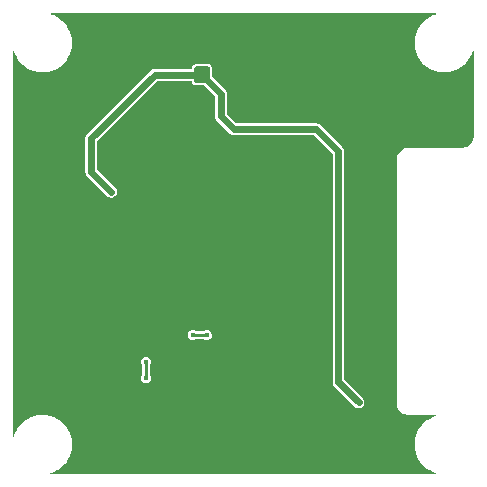
<source format=gbr>
G04 #@! TF.GenerationSoftware,KiCad,Pcbnew,8.0.4*
G04 #@! TF.CreationDate,2025-01-15T23:08:54-08:00*
G04 #@! TF.ProjectId,MIPItoHDMI_Buffered,4d495049-746f-4484-944d-495f42756666,rev?*
G04 #@! TF.SameCoordinates,Original*
G04 #@! TF.FileFunction,Copper,L2,Bot*
G04 #@! TF.FilePolarity,Positive*
%FSLAX46Y46*%
G04 Gerber Fmt 4.6, Leading zero omitted, Abs format (unit mm)*
G04 Created by KiCad (PCBNEW 8.0.4) date 2025-01-15 23:08:54*
%MOMM*%
%LPD*%
G01*
G04 APERTURE LIST*
G04 #@! TA.AperFunction,ComponentPad*
%ADD10O,3.300000X1.500000*%
G04 #@! TD*
G04 #@! TA.AperFunction,ComponentPad*
%ADD11O,2.300000X1.500000*%
G04 #@! TD*
G04 #@! TA.AperFunction,ViaPad*
%ADD12C,0.450000*%
G04 #@! TD*
G04 #@! TA.AperFunction,Conductor*
%ADD13C,0.600000*%
G04 #@! TD*
G04 #@! TA.AperFunction,Conductor*
%ADD14C,0.250000*%
G04 #@! TD*
G04 APERTURE END LIST*
D10*
G04 #@! TO.P,J2,SH,SH*
G04 #@! TO.N,GND*
X9625000Y-26750000D03*
X9625000Y-12250000D03*
D11*
X3665000Y-26750000D03*
X3665000Y-12250000D03*
G04 #@! TD*
D12*
G04 #@! TO.N,GND*
X22200000Y-12350000D03*
X18900000Y-12350000D03*
G04 #@! TO.N,VDD*
X10750000Y-6425000D03*
G04 #@! TO.N,GND*
X21400000Y-8200000D03*
X19250000Y-8200000D03*
X29600000Y-31700000D03*
X30800000Y-30850000D03*
G04 #@! TO.N,VDD*
X29250000Y-32950000D03*
X22900000Y-9800000D03*
X8300000Y-15100000D03*
X15650000Y-5550000D03*
X15650000Y-4800000D03*
X16350000Y-5550000D03*
X16350000Y-4800000D03*
G04 #@! TO.N,GND*
X30700000Y-4400000D03*
X8250000Y-32500000D03*
X16200000Y-7800000D03*
X18350000Y-18750000D03*
X20300000Y-4450000D03*
X20300000Y-6300000D03*
X11900000Y-16000000D03*
X8615000Y-20500000D03*
X10400000Y-4200000D03*
X11250000Y-4200000D03*
X8200000Y-15900000D03*
X19750000Y-2000000D03*
X18350000Y-21750000D03*
X8615000Y-23500000D03*
X18350000Y-15750000D03*
X18500000Y-2750000D03*
X21800000Y-32400000D03*
X21100000Y-30500000D03*
X31900000Y-5200000D03*
X18350000Y-20250000D03*
X12100000Y-31000000D03*
X18350000Y-23250000D03*
X17850000Y-2100000D03*
X18850000Y-2000000D03*
X16300000Y-2800000D03*
X22000000Y-26700000D03*
X20300000Y-8200000D03*
X16400000Y-26600000D03*
X19000000Y-26700000D03*
X17300000Y-33600000D03*
X13800000Y-26750000D03*
X16100000Y-23100000D03*
X18500000Y-3950000D03*
X17950000Y-32450000D03*
X22800000Y-8450000D03*
X16200000Y-6800000D03*
X16950000Y-2100000D03*
X8615000Y-19000000D03*
X29600000Y-5200000D03*
X18350000Y-17250000D03*
X18350000Y-14250000D03*
X16300000Y-3900000D03*
X8615000Y-22000000D03*
X7600000Y-33600000D03*
G04 #@! TO.N,SCL_3V3*
X16400000Y-27250000D03*
X15200000Y-27250000D03*
X11250000Y-29500000D03*
X11250000Y-30900000D03*
G04 #@! TD*
D13*
G04 #@! TO.N,VDD*
X12000000Y-5200000D02*
X16000000Y-5200000D01*
X6600000Y-13400000D02*
X6600000Y-10600000D01*
X6600000Y-10600000D02*
X12000000Y-5200000D01*
X8300000Y-15100000D02*
X6600000Y-13400000D01*
X27550000Y-31250000D02*
X29250000Y-32950000D01*
X27550000Y-11700000D02*
X27550000Y-31250000D01*
X22900000Y-9800000D02*
X25650000Y-9800000D01*
X17600000Y-8700000D02*
X18700000Y-9800000D01*
X18700000Y-9800000D02*
X22900000Y-9800000D01*
X17600000Y-6800000D02*
X17600000Y-8700000D01*
X25650000Y-9800000D02*
X27550000Y-11700000D01*
X16350000Y-5550000D02*
X17600000Y-6800000D01*
D14*
G04 #@! TO.N,SCL_3V3*
X16400000Y-27250000D02*
X15200000Y-27250000D01*
X11250000Y-29500000D02*
X11250000Y-30900000D01*
G04 #@! TD*
G04 #@! TA.AperFunction,Conductor*
G04 #@! TO.N,GND*
G36*
X35819974Y-14352D02*
G01*
X35834326Y-49000D01*
X35819974Y-83648D01*
X35801510Y-95249D01*
X35738673Y-117237D01*
X35541587Y-186200D01*
X35541581Y-186203D01*
X35288557Y-308053D01*
X35288553Y-308055D01*
X35050755Y-457474D01*
X34831182Y-632577D01*
X34831170Y-632588D01*
X34632588Y-831170D01*
X34632577Y-831182D01*
X34457474Y-1050755D01*
X34308055Y-1288553D01*
X34308053Y-1288557D01*
X34186203Y-1541581D01*
X34186200Y-1541587D01*
X34093439Y-1806684D01*
X34030944Y-2080495D01*
X34030944Y-2080499D01*
X33999500Y-2359574D01*
X33999500Y-2640425D01*
X34030944Y-2919500D01*
X34030944Y-2919504D01*
X34093439Y-3193315D01*
X34186200Y-3458412D01*
X34186203Y-3458418D01*
X34308053Y-3711442D01*
X34308055Y-3711446D01*
X34457474Y-3949244D01*
X34632577Y-4168817D01*
X34632588Y-4168829D01*
X34831170Y-4367411D01*
X34831182Y-4367422D01*
X34896169Y-4419247D01*
X35033550Y-4528805D01*
X35050755Y-4542525D01*
X35288553Y-4691944D01*
X35288557Y-4691946D01*
X35541581Y-4813796D01*
X35541587Y-4813799D01*
X35541590Y-4813800D01*
X35541592Y-4813801D01*
X35806682Y-4906560D01*
X36080491Y-4969055D01*
X36319705Y-4996007D01*
X36359574Y-5000500D01*
X36359575Y-5000500D01*
X36640426Y-5000500D01*
X36668333Y-4997355D01*
X36919509Y-4969055D01*
X37193318Y-4906560D01*
X37458408Y-4813801D01*
X37711445Y-4691945D01*
X37949248Y-4542523D01*
X38168825Y-4367416D01*
X38367416Y-4168825D01*
X38542523Y-3949248D01*
X38691945Y-3711445D01*
X38813801Y-3458408D01*
X38904750Y-3198489D01*
X38929740Y-3170527D01*
X38967184Y-3168424D01*
X38995147Y-3193414D01*
X39000000Y-3214674D01*
X39000000Y-10399412D01*
X38999985Y-10400612D01*
X38997696Y-10494035D01*
X38996769Y-10502394D01*
X38960198Y-10686250D01*
X38957410Y-10695443D01*
X38885901Y-10868079D01*
X38881373Y-10876550D01*
X38777561Y-11031916D01*
X38771467Y-11039341D01*
X38639341Y-11171467D01*
X38631916Y-11177561D01*
X38476550Y-11281373D01*
X38468079Y-11285901D01*
X38295443Y-11357410D01*
X38286250Y-11360198D01*
X38102394Y-11396769D01*
X38094035Y-11397696D01*
X38000612Y-11399985D01*
X37999412Y-11400000D01*
X33499988Y-11400000D01*
X33401759Y-11402406D01*
X33401751Y-11402406D01*
X33401746Y-11402407D01*
X33292044Y-11424228D01*
X33209015Y-11440743D01*
X33209009Y-11440745D01*
X33027466Y-11515943D01*
X32864072Y-11625118D01*
X32725118Y-11764072D01*
X32615943Y-11927466D01*
X32540745Y-12109009D01*
X32540743Y-12109015D01*
X32524228Y-12192044D01*
X32502407Y-12301746D01*
X32502407Y-12301750D01*
X32502406Y-12301759D01*
X32500000Y-12399987D01*
X32500000Y-33000012D01*
X32502406Y-33098240D01*
X32502406Y-33098247D01*
X32502407Y-33098254D01*
X32540744Y-33290987D01*
X32615945Y-33472537D01*
X32725119Y-33635928D01*
X32864072Y-33774881D01*
X33027463Y-33884055D01*
X33209013Y-33959256D01*
X33401746Y-33997593D01*
X33452838Y-33998844D01*
X33499988Y-34000000D01*
X33500000Y-34000000D01*
X35785326Y-34000000D01*
X35819974Y-34014352D01*
X35834326Y-34049000D01*
X35819974Y-34083648D01*
X35801510Y-34095249D01*
X35738673Y-34117237D01*
X35541587Y-34186200D01*
X35541581Y-34186203D01*
X35288557Y-34308053D01*
X35288553Y-34308055D01*
X35050755Y-34457474D01*
X34831182Y-34632577D01*
X34831170Y-34632588D01*
X34632588Y-34831170D01*
X34632577Y-34831182D01*
X34457474Y-35050755D01*
X34308055Y-35288553D01*
X34308053Y-35288557D01*
X34186203Y-35541581D01*
X34186200Y-35541587D01*
X34093439Y-35806684D01*
X34030944Y-36080495D01*
X34030944Y-36080499D01*
X33999500Y-36359574D01*
X33999500Y-36640425D01*
X34030944Y-36919500D01*
X34030944Y-36919504D01*
X34093439Y-37193315D01*
X34186200Y-37458412D01*
X34186203Y-37458418D01*
X34308053Y-37711442D01*
X34308055Y-37711446D01*
X34457474Y-37949244D01*
X34632577Y-38168817D01*
X34632588Y-38168829D01*
X34831170Y-38367411D01*
X34831182Y-38367422D01*
X35050755Y-38542525D01*
X35288553Y-38691944D01*
X35288557Y-38691946D01*
X35541581Y-38813796D01*
X35541587Y-38813799D01*
X35541590Y-38813800D01*
X35541592Y-38813801D01*
X35801510Y-38904750D01*
X35829473Y-38929740D01*
X35831576Y-38967184D01*
X35806586Y-38995147D01*
X35785326Y-39000000D01*
X3214674Y-39000000D01*
X3180026Y-38985648D01*
X3165674Y-38951000D01*
X3180026Y-38916352D01*
X3198489Y-38904750D01*
X3458408Y-38813801D01*
X3711445Y-38691945D01*
X3949248Y-38542523D01*
X4168825Y-38367416D01*
X4367416Y-38168825D01*
X4542523Y-37949248D01*
X4691945Y-37711445D01*
X4813801Y-37458408D01*
X4906560Y-37193318D01*
X4969055Y-36919509D01*
X5000500Y-36640425D01*
X5000500Y-36359575D01*
X4969055Y-36080491D01*
X4906560Y-35806682D01*
X4813801Y-35541592D01*
X4691945Y-35288555D01*
X4542523Y-35050752D01*
X4367416Y-34831175D01*
X4168825Y-34632584D01*
X4168822Y-34632581D01*
X4168817Y-34632577D01*
X3949244Y-34457474D01*
X3711446Y-34308055D01*
X3711442Y-34308053D01*
X3458418Y-34186203D01*
X3458412Y-34186200D01*
X3193315Y-34093439D01*
X3193316Y-34093439D01*
X3062909Y-34063675D01*
X2919509Y-34030945D01*
X2919503Y-34030944D01*
X2919502Y-34030944D01*
X2640426Y-33999500D01*
X2640425Y-33999500D01*
X2359575Y-33999500D01*
X2359574Y-33999500D01*
X2080499Y-34030944D01*
X2080495Y-34030944D01*
X1806684Y-34093439D01*
X1541587Y-34186200D01*
X1541581Y-34186203D01*
X1288557Y-34308053D01*
X1288553Y-34308055D01*
X1050755Y-34457474D01*
X831182Y-34632577D01*
X831170Y-34632588D01*
X632588Y-34831170D01*
X632577Y-34831182D01*
X457474Y-35050755D01*
X308055Y-35288553D01*
X308053Y-35288557D01*
X186203Y-35541581D01*
X186200Y-35541587D01*
X95250Y-35801509D01*
X70260Y-35829472D01*
X32816Y-35831575D01*
X4853Y-35806585D01*
X0Y-35785325D01*
X0Y-29500000D01*
X10819196Y-29500000D01*
X10840281Y-29633126D01*
X10840281Y-29633127D01*
X10840282Y-29633128D01*
X10901467Y-29753213D01*
X10901472Y-29753220D01*
X10910148Y-29761896D01*
X10924500Y-29796544D01*
X10924500Y-30603456D01*
X10910148Y-30638104D01*
X10901472Y-30646779D01*
X10901467Y-30646786D01*
X10840282Y-30766871D01*
X10840281Y-30766872D01*
X10840281Y-30766874D01*
X10819196Y-30900000D01*
X10840281Y-31033126D01*
X10840281Y-31033127D01*
X10840282Y-31033128D01*
X10901467Y-31153213D01*
X10901472Y-31153220D01*
X10996779Y-31248527D01*
X10996786Y-31248532D01*
X11076842Y-31289322D01*
X11116874Y-31309719D01*
X11250000Y-31330804D01*
X11383126Y-31309719D01*
X11466420Y-31267278D01*
X11503213Y-31248532D01*
X11503215Y-31248530D01*
X11503220Y-31248528D01*
X11598528Y-31153220D01*
X11659719Y-31033126D01*
X11680804Y-30900000D01*
X11659719Y-30766874D01*
X11639322Y-30726842D01*
X11598532Y-30646786D01*
X11598527Y-30646779D01*
X11589852Y-30638104D01*
X11575500Y-30603456D01*
X11575500Y-29796544D01*
X11589852Y-29761896D01*
X11598528Y-29753220D01*
X11659719Y-29633126D01*
X11680804Y-29500000D01*
X11659719Y-29366874D01*
X11639322Y-29326842D01*
X11598532Y-29246786D01*
X11598527Y-29246779D01*
X11503220Y-29151472D01*
X11503213Y-29151467D01*
X11383128Y-29090282D01*
X11383127Y-29090281D01*
X11383126Y-29090281D01*
X11250000Y-29069196D01*
X11116874Y-29090281D01*
X11116872Y-29090281D01*
X11116871Y-29090282D01*
X10996786Y-29151467D01*
X10996779Y-29151472D01*
X10901472Y-29246779D01*
X10901467Y-29246786D01*
X10840282Y-29366871D01*
X10840281Y-29366872D01*
X10840281Y-29366874D01*
X10819196Y-29500000D01*
X0Y-29500000D01*
X0Y-27250000D01*
X14769196Y-27250000D01*
X14790281Y-27383126D01*
X14790281Y-27383127D01*
X14790282Y-27383128D01*
X14851467Y-27503213D01*
X14851472Y-27503220D01*
X14946779Y-27598527D01*
X14946786Y-27598532D01*
X15026842Y-27639322D01*
X15066874Y-27659719D01*
X15200000Y-27680804D01*
X15333126Y-27659719D01*
X15416420Y-27617278D01*
X15453213Y-27598532D01*
X15453215Y-27598530D01*
X15453220Y-27598528D01*
X15461896Y-27589852D01*
X15496544Y-27575500D01*
X16103456Y-27575500D01*
X16138104Y-27589852D01*
X16146779Y-27598527D01*
X16146786Y-27598532D01*
X16226842Y-27639322D01*
X16266874Y-27659719D01*
X16400000Y-27680804D01*
X16533126Y-27659719D01*
X16616420Y-27617278D01*
X16653213Y-27598532D01*
X16653215Y-27598530D01*
X16653220Y-27598528D01*
X16748528Y-27503220D01*
X16809719Y-27383126D01*
X16830804Y-27250000D01*
X16809719Y-27116874D01*
X16789322Y-27076842D01*
X16748532Y-26996786D01*
X16748527Y-26996779D01*
X16653220Y-26901472D01*
X16653213Y-26901467D01*
X16533128Y-26840282D01*
X16533127Y-26840281D01*
X16533126Y-26840281D01*
X16400000Y-26819196D01*
X16266874Y-26840281D01*
X16266872Y-26840281D01*
X16266871Y-26840282D01*
X16146786Y-26901467D01*
X16146779Y-26901472D01*
X16138104Y-26910148D01*
X16103456Y-26924500D01*
X15496544Y-26924500D01*
X15461896Y-26910148D01*
X15453220Y-26901472D01*
X15453213Y-26901467D01*
X15333128Y-26840282D01*
X15333127Y-26840281D01*
X15333126Y-26840281D01*
X15200000Y-26819196D01*
X15066874Y-26840281D01*
X15066872Y-26840281D01*
X15066871Y-26840282D01*
X14946786Y-26901467D01*
X14946779Y-26901472D01*
X14851472Y-26996779D01*
X14851467Y-26996786D01*
X14790282Y-27116871D01*
X14790281Y-27116872D01*
X14790281Y-27116874D01*
X14769196Y-27250000D01*
X0Y-27250000D01*
X0Y-10534104D01*
X6099500Y-10534104D01*
X6099500Y-13465895D01*
X6133607Y-13593184D01*
X6133608Y-13593188D01*
X6199500Y-13707314D01*
X7992686Y-15500500D01*
X8034457Y-15524617D01*
X8106811Y-15566391D01*
X8106813Y-15566391D01*
X8106814Y-15566392D01*
X8207207Y-15593292D01*
X8234104Y-15600499D01*
X8234105Y-15600500D01*
X8234108Y-15600500D01*
X8365895Y-15600500D01*
X8365895Y-15600499D01*
X8493186Y-15566392D01*
X8607314Y-15500500D01*
X8700500Y-15407314D01*
X8766392Y-15293186D01*
X8800499Y-15165895D01*
X8800500Y-15165895D01*
X8800500Y-15034105D01*
X8800499Y-15034104D01*
X8766392Y-14906815D01*
X8766391Y-14906811D01*
X8700499Y-14792685D01*
X7114852Y-13207038D01*
X7100500Y-13172390D01*
X7100500Y-10827609D01*
X7114852Y-10792961D01*
X12192961Y-5714852D01*
X12227609Y-5700500D01*
X15095500Y-5700500D01*
X15130148Y-5714852D01*
X15144500Y-5749500D01*
X15144500Y-5775997D01*
X15149195Y-5819671D01*
X15149198Y-5819693D01*
X15160404Y-5871201D01*
X15162888Y-5881368D01*
X15162890Y-5881373D01*
X15205901Y-5962087D01*
X15237373Y-5998407D01*
X15251655Y-6014889D01*
X15259805Y-6023207D01*
X15269243Y-6032841D01*
X15269245Y-6032842D01*
X15269246Y-6032843D01*
X15349063Y-6077490D01*
X15416102Y-6097175D01*
X15474000Y-6105500D01*
X16177390Y-6105500D01*
X16212038Y-6119852D01*
X17085148Y-6992962D01*
X17099500Y-7027610D01*
X17099500Y-8765895D01*
X17133607Y-8893184D01*
X17133608Y-8893188D01*
X17199500Y-9007314D01*
X18299500Y-10107314D01*
X18392686Y-10200500D01*
X18434457Y-10224617D01*
X18506811Y-10266391D01*
X18506813Y-10266391D01*
X18506814Y-10266392D01*
X18607207Y-10293292D01*
X18634104Y-10300499D01*
X18634105Y-10300500D01*
X18634108Y-10300500D01*
X22834108Y-10300500D01*
X25422390Y-10300500D01*
X25457038Y-10314852D01*
X27035148Y-11892962D01*
X27049500Y-11927610D01*
X27049500Y-31315895D01*
X27083607Y-31443184D01*
X27083608Y-31443188D01*
X27149500Y-31557314D01*
X28942686Y-33350500D01*
X28984457Y-33374617D01*
X29056811Y-33416391D01*
X29056813Y-33416391D01*
X29056814Y-33416392D01*
X29157207Y-33443292D01*
X29184104Y-33450499D01*
X29184105Y-33450500D01*
X29184108Y-33450500D01*
X29315895Y-33450500D01*
X29315895Y-33450499D01*
X29443186Y-33416392D01*
X29557314Y-33350500D01*
X29650500Y-33257314D01*
X29716392Y-33143186D01*
X29750499Y-33015895D01*
X29750500Y-33015895D01*
X29750500Y-32884105D01*
X29750499Y-32884104D01*
X29716392Y-32756815D01*
X29716391Y-32756811D01*
X29650499Y-32642685D01*
X28064852Y-31057038D01*
X28050500Y-31022390D01*
X28050500Y-11634105D01*
X28050499Y-11634104D01*
X28016392Y-11506815D01*
X28016391Y-11506811D01*
X27956112Y-11402406D01*
X27950500Y-11392686D01*
X27857314Y-11299500D01*
X25957314Y-9399500D01*
X25843188Y-9333608D01*
X25843184Y-9333607D01*
X25715895Y-9299500D01*
X25715892Y-9299500D01*
X22965892Y-9299500D01*
X18927610Y-9299500D01*
X18892962Y-9285148D01*
X18114852Y-8507038D01*
X18100500Y-8472390D01*
X18100500Y-6734105D01*
X18100499Y-6734104D01*
X18066392Y-6606815D01*
X18066391Y-6606811D01*
X18000499Y-6492685D01*
X16869852Y-5362038D01*
X16855500Y-5327390D01*
X16855500Y-4624002D01*
X16855500Y-4624000D01*
X16850803Y-4580316D01*
X16839597Y-4528805D01*
X16837110Y-4518627D01*
X16794100Y-4437915D01*
X16794098Y-4437913D01*
X16794098Y-4437912D01*
X16748348Y-4385115D01*
X16748345Y-4385111D01*
X16740010Y-4376604D01*
X16730756Y-4367158D01*
X16730752Y-4367156D01*
X16650940Y-4322511D01*
X16650932Y-4322508D01*
X16583897Y-4302824D01*
X16526002Y-4294500D01*
X16526000Y-4294500D01*
X15474000Y-4294500D01*
X15460355Y-4295967D01*
X15430328Y-4299195D01*
X15430306Y-4299198D01*
X15378798Y-4310404D01*
X15368631Y-4312888D01*
X15368626Y-4312890D01*
X15287912Y-4355901D01*
X15235115Y-4401651D01*
X15217158Y-4419243D01*
X15217156Y-4419247D01*
X15172511Y-4499059D01*
X15172508Y-4499067D01*
X15152824Y-4566102D01*
X15144500Y-4623997D01*
X15144500Y-4650500D01*
X15130148Y-4685148D01*
X15095500Y-4699500D01*
X11934104Y-4699500D01*
X11806815Y-4733607D01*
X11806811Y-4733608D01*
X11692685Y-4799500D01*
X11692685Y-4799501D01*
X11599498Y-4892688D01*
X6285794Y-10206391D01*
X6199500Y-10292685D01*
X6133608Y-10406811D01*
X6133607Y-10406815D01*
X6099500Y-10534104D01*
X0Y-10534104D01*
X0Y-3214674D01*
X14352Y-3180026D01*
X49000Y-3165674D01*
X83648Y-3180026D01*
X95250Y-3198490D01*
X186200Y-3458412D01*
X186203Y-3458418D01*
X308053Y-3711442D01*
X308055Y-3711446D01*
X457474Y-3949244D01*
X632577Y-4168817D01*
X632588Y-4168829D01*
X831170Y-4367411D01*
X831182Y-4367422D01*
X896169Y-4419247D01*
X1033550Y-4528805D01*
X1050755Y-4542525D01*
X1288553Y-4691944D01*
X1288557Y-4691946D01*
X1541581Y-4813796D01*
X1541587Y-4813799D01*
X1541590Y-4813800D01*
X1541592Y-4813801D01*
X1806682Y-4906560D01*
X2080491Y-4969055D01*
X2319705Y-4996007D01*
X2359574Y-5000500D01*
X2359575Y-5000500D01*
X2640426Y-5000500D01*
X2668333Y-4997355D01*
X2919509Y-4969055D01*
X3193318Y-4906560D01*
X3458408Y-4813801D01*
X3711445Y-4691945D01*
X3949248Y-4542523D01*
X4168825Y-4367416D01*
X4367416Y-4168825D01*
X4542523Y-3949248D01*
X4691945Y-3711445D01*
X4813801Y-3458408D01*
X4906560Y-3193318D01*
X4969055Y-2919509D01*
X5000500Y-2640425D01*
X5000500Y-2359575D01*
X4969055Y-2080491D01*
X4906560Y-1806682D01*
X4813801Y-1541592D01*
X4691945Y-1288555D01*
X4542523Y-1050752D01*
X4367416Y-831175D01*
X4168825Y-632584D01*
X4168822Y-632581D01*
X4168817Y-632577D01*
X3949244Y-457474D01*
X3711446Y-308055D01*
X3711442Y-308053D01*
X3458418Y-186203D01*
X3458412Y-186200D01*
X3295753Y-129283D01*
X3198489Y-95249D01*
X3170527Y-70260D01*
X3168424Y-32816D01*
X3193414Y-4853D01*
X3214674Y0D01*
X35785326Y0D01*
X35819974Y-14352D01*
G37*
G04 #@! TD.AperFunction*
G04 #@! TD*
G04 #@! TA.AperFunction,Conductor*
G04 #@! TO.N,VDD*
G36*
X16593039Y-4519685D02*
G01*
X16638794Y-4572489D01*
X16650000Y-4624000D01*
X16650000Y-5776000D01*
X16630315Y-5843039D01*
X16577511Y-5888794D01*
X16526000Y-5900000D01*
X15474000Y-5900000D01*
X15406961Y-5880315D01*
X15361206Y-5827511D01*
X15350000Y-5776000D01*
X15350000Y-4624000D01*
X15369685Y-4556961D01*
X15422489Y-4511206D01*
X15474000Y-4500000D01*
X16526000Y-4500000D01*
X16593039Y-4519685D01*
G37*
G04 #@! TD.AperFunction*
G04 #@! TD*
M02*

</source>
